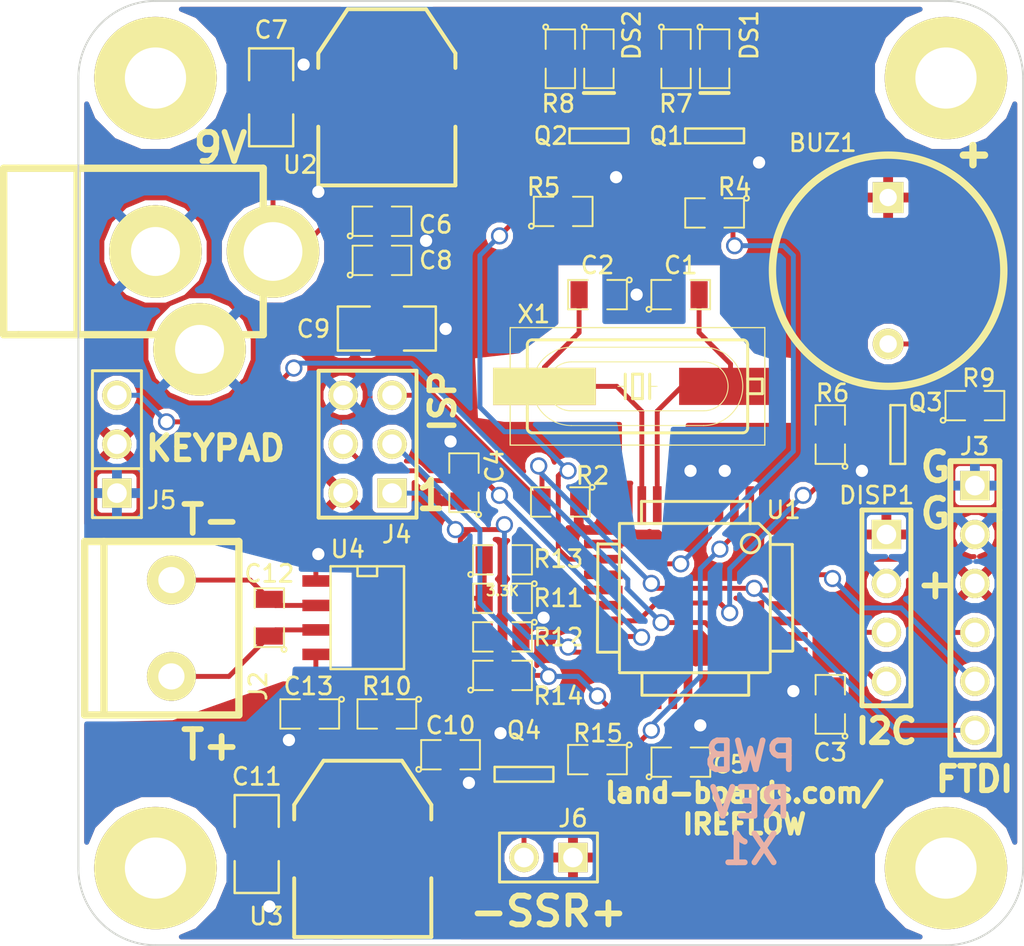
<source format=kicad_pcb>
(kicad_pcb (version 3) (host pcbnew "(2013-04-19 BZR 4011)-stable")
  (layers (15 F.Cu signal) (0 B.Cu signal) (20 B.SilkS user) (21 F.SilkS user hide) (22 B.Mask user) (23 F.Mask user) (28 Edge.Cuts user))
  (net 0 "")
  (net 1 +5V)
  (net 2 /CPU/BUZZ)
  (net 3 /CPU/CS)
  (net 4 /CPU/D4)
  (net 5 /CPU/D5)
  (net 6 /CPU/D6)
  (net 7 /CPU/MISO)
  (net 8 /CPU/MOSI)
  (net 9 /CPU/RESET)
  (net 10 /CPU/RXD)
  (net 11 /CPU/SCK)
  (net 12 /CPU/SCL)
  (net 13 /CPU/SDA)
  (net 14 /CPU/SW5WAY)
  (net 15 /CPU/TXD)
  (net 16 /CPU/XTAL1)
  (net 17 /CPU/XTAL2)
  (net 18 "/Power Supply/+3.3V")
  (net 19 "/Thermocoupler Amplifier/THERMO+")
  (net 20 "/Thermocoupler Amplifier/THERMO-")
  (net 21 "/Thermocoupler Amplifier/V33COND")
  (net 22 GND)
  (net 23 N-0000012)
  (net 24 N-0000021)
  (net 25 N-0000022)
  (net 26 N-0000028)
  (net 27 N-0000029)
  (net 28 N-0000030)
  (net 29 N-0000031)
  (net 30 N-0000032)
  (net 31 N-0000034)
  (net 32 N-0000035)
  (net 33 N-0000036)
  (net 34 N-0000045)
  (net 35 N-0000047)
  (net 36 N-0000051)
  (module TQFP32 (layer F.Cu) (at 32 31 270)
    (fp_text reference U1 (at -4.584 -4.576 360) (layer F.SilkS) (effects (font (size 0.889 0.889) (thickness 0.1397))))
    (fp_text value ATMEGA328-AU hide)
    (pad 8 smd rect (at -4.81584 2.77622 270) (size 1.99898 0.44958) (layers F.Cu F.Mask) (net 17 /CPU/XTAL2))
    (pad 7 smd rect (at -4.81584 1.97612 270) (size 1.99898 0.44958) (layers F.Cu F.Mask) (net 16 /CPU/XTAL1))
    (pad 6 smd rect (at -4.81584 1.17602 270) (size 1.99898 0.44958) (layers F.Cu F.Mask) (net 1 +5V))
    (pad 5 smd rect (at -4.81584 0.37592 270) (size 1.99898 0.44958) (layers F.Cu F.Mask) (net 22 GND))
    (pad 4 smd rect (at -4.81584 -0.42418 270) (size 1.99898 0.44958) (layers F.Cu F.Mask) (net 1 +5V))
    (pad 3 smd rect (at -4.81584 -1.22428 270) (size 1.99898 0.44958) (layers F.Cu F.Mask) (net 22 GND))
    (pad 2 smd rect (at -4.81584 -2.02438 270) (size 1.99898 0.44958) (layers F.Cu F.Mask) (net 4 /CPU/D4))
    (pad 1 smd rect (at -4.81584 -2.82448 270) (size 1.99898 0.44958) (layers F.Cu F.Mask))
    (pad 24 smd rect (at 4.7498 -2.8194 270) (size 1.99898 0.44958) (layers F.Cu F.Mask))
    (pad 17 smd rect (at 4.7498 2.794 270) (size 1.99898 0.44958) (layers F.Cu F.Mask) (net 11 /CPU/SCK))
    (pad 18 smd rect (at 4.7498 1.9812 270) (size 1.99898 0.44958) (layers F.Cu F.Mask) (net 1 +5V))
    (pad 19 smd rect (at 4.7498 1.1684 270) (size 1.99898 0.44958) (layers F.Cu F.Mask))
    (pad 20 smd rect (at 4.7498 0.381 270) (size 1.99898 0.44958) (layers F.Cu F.Mask))
    (pad 21 smd rect (at 4.7498 -0.4318 270) (size 1.99898 0.44958) (layers F.Cu F.Mask) (net 22 GND))
    (pad 22 smd rect (at 4.7498 -1.2192 270) (size 1.99898 0.44958) (layers F.Cu F.Mask))
    (pad 23 smd rect (at 4.7498 -2.032 270) (size 1.99898 0.44958) (layers F.Cu F.Mask) (net 14 /CPU/SW5WAY))
    (pad 32 smd rect (at -2.82448 -4.826 270) (size 0.44958 1.99898) (layers F.Cu F.Mask))
    (pad 31 smd rect (at -2.02692 -4.826 270) (size 0.44958 1.99898) (layers F.Cu F.Mask) (net 15 /CPU/TXD))
    (pad 30 smd rect (at -1.22428 -4.826 270) (size 0.44958 1.99898) (layers F.Cu F.Mask) (net 10 /CPU/RXD))
    (pad 29 smd rect (at -0.42672 -4.826 270) (size 0.44958 1.99898) (layers F.Cu F.Mask) (net 9 /CPU/RESET))
    (pad 28 smd rect (at 0.37592 -4.826 270) (size 0.44958 1.99898) (layers F.Cu F.Mask) (net 12 /CPU/SCL))
    (pad 27 smd rect (at 1.17348 -4.826 270) (size 0.44958 1.99898) (layers F.Cu F.Mask) (net 13 /CPU/SDA))
    (pad 26 smd rect (at 1.97612 -4.826 270) (size 0.44958 1.99898) (layers F.Cu F.Mask))
    (pad 25 smd rect (at 2.77368 -4.826 270) (size 0.44958 1.99898) (layers F.Cu F.Mask))
    (pad 9 smd rect (at -2.8194 4.7752 270) (size 0.44958 1.99898) (layers F.Cu F.Mask) (net 5 /CPU/D5))
    (pad 10 smd rect (at -2.032 4.7752 270) (size 0.44958 1.99898) (layers F.Cu F.Mask) (net 6 /CPU/D6))
    (pad 11 smd rect (at -1.2192 4.7752 270) (size 0.44958 1.99898) (layers F.Cu F.Mask))
    (pad 12 smd rect (at -0.4318 4.7752 270) (size 0.44958 1.99898) (layers F.Cu F.Mask))
    (pad 13 smd rect (at 0.3556 4.7752 270) (size 0.44958 1.99898) (layers F.Cu F.Mask) (net 3 /CPU/CS))
    (pad 14 smd rect (at 1.1684 4.7752 270) (size 0.44958 1.99898) (layers F.Cu F.Mask) (net 2 /CPU/BUZZ))
    (pad 15 smd rect (at 1.9812 4.7752 270) (size 0.44958 1.99898) (layers F.Cu F.Mask) (net 8 /CPU/MOSI))
    (pad 16 smd rect (at 2.794 4.7752 270) (size 0.44958 1.99898) (layers F.Cu F.Mask) (net 7 /CPU/MISO))
  )
  (module SOT23EBC (layer F.Cu) (at 42.5 22.5 90)
    (fp_text reference Q3 (at 1.672 1.442 180) (layer F.SilkS) (effects (font (size 0.889 0.889) (thickness 0.1397))))
    (fp_text value 2N3904 hide)
    (pad 1 smd rect (at -0.889 -1.016 90) (size 0.9144 0.9144) (layers F.Cu F.Mask) (net 22 GND))
    (pad 2 smd rect (at 0.889 -1.016 90) (size 0.9144 0.9144) (layers F.Cu F.Mask) (net 29 N-0000031))
    (pad 3 smd rect (at 0 1.016 90) (size 0.9144 0.9144) (layers F.Cu F.Mask) (net 23 N-0000012))
  )
  (module SOT23EBC (layer F.Cu) (at 33 7 180)
    (fp_text reference Q1 (at 2.5 0 180) (layer F.SilkS) (effects (font (size 0.889 0.889) (thickness 0.1397))))
    (fp_text value 2N3904 hide)
    (pad 1 smd rect (at -0.889 -1.016 180) (size 0.9144 0.9144) (layers F.Cu F.Mask) (net 22 GND))
    (pad 2 smd rect (at 0.889 -1.016 180) (size 0.9144 0.9144) (layers F.Cu F.Mask) (net 28 N-0000030))
    (pad 3 smd rect (at 0 1.016 180) (size 0.9144 0.9144) (layers F.Cu F.Mask) (net 27 N-0000029))
  )
  (module SOT23EBC (layer F.Cu) (at 27 7 180)
    (fp_text reference Q2 (at 2.5 0 180) (layer F.SilkS) (effects (font (size 0.889 0.889) (thickness 0.1397))))
    (fp_text value 2N3904 hide)
    (pad 1 smd rect (at -0.889 -1.016 180) (size 0.9144 0.9144) (layers F.Cu F.Mask) (net 22 GND))
    (pad 2 smd rect (at 0.889 -1.016 180) (size 0.9144 0.9144) (layers F.Cu F.Mask) (net 33 N-0000036))
    (pad 3 smd rect (at 0 1.016 180) (size 0.9144 0.9144) (layers F.Cu F.Mask) (net 32 N-0000035))
  )
  (module SOT223 (layer F.Cu) (at 14.75 44)
    (fp_text reference U3 (at -5 3.5) (layer F.SilkS) (effects (font (size 0.889 0.889) (thickness 0.1397))))
    (fp_text value AP1117 hide)
    (pad 4 smd rect (at 0 -3.302) (size 3.6576 2.032) (layers F.Cu F.Mask) (net 18 "/Power Supply/+3.3V"))
    (pad 2 smd rect (at 0 3.302) (size 1.016 2.032) (layers F.Cu F.Mask) (net 18 "/Power Supply/+3.3V"))
    (pad 3 smd rect (at 2.286 3.302) (size 1.016 2.032) (layers F.Cu F.Mask) (net 1 +5V))
    (pad 1 smd rect (at -2.286 3.302) (size 1.016 2.032) (layers F.Cu F.Mask) (net 22 GND))
  )
  (module SOT223 (layer F.Cu) (at 16 5)
    (fp_text reference U2 (at -4.5 3.5) (layer F.SilkS) (effects (font (size 0.889 0.889) (thickness 0.1397))))
    (fp_text value AP1117-5.0 hide)
    (pad 4 smd rect (at 0 -3.302) (size 3.6576 2.032) (layers F.Cu F.Mask) (net 1 +5V))
    (pad 2 smd rect (at 0 3.302) (size 1.016 2.032) (layers F.Cu F.Mask) (net 1 +5V))
    (pad 3 smd rect (at 2.286 3.302) (size 1.016 2.032) (layers F.Cu F.Mask) (net 36 N-0000051))
    (pad 1 smd rect (at -2.286 3.302) (size 1.016 2.032) (layers F.Cu F.Mask) (net 22 GND))
  )
  (module SM0805 (layer F.Cu) (at 31.25 39.5)
    (fp_text reference C5 (at 2.532 0.124) (layer F.SilkS) (effects (font (size 0.889 0.889) (thickness 0.1397))))
    (fp_text value 0.1uF hide)
    (pad 1 smd rect (at -0.9525 0) (size 0.889 1.397) (layers F.Cu F.Mask) (net 1 +5V))
    (pad 2 smd rect (at 0.9525 0) (size 0.889 1.397) (layers F.Cu F.Mask) (net 22 GND))
  )
  (module SM0805 (layer F.Cu) (at 26.924 15.24 180)
    (fp_text reference C2 (at 0 1.524 180) (layer F.SilkS) (effects (font (size 0.889 0.889) (thickness 0.1397))))
    (fp_text value 18pF hide)
    (pad 1 smd rect (at -0.9525 0 180) (size 0.889 1.397) (layers F.Cu F.Mask) (net 22 GND))
    (pad 2 smd rect (at 0.9525 0 180) (size 0.889 1.397) (layers F.Cu F.Mask) (net 17 /CPU/XTAL2))
  )
  (module SM0805 (layer F.Cu) (at 46.5 21)
    (fp_text reference R9 (at 0.204 -1.426) (layer F.SilkS) (effects (font (size 0.889 0.889) (thickness 0.1397))))
    (fp_text value 100 hide)
    (pad 1 smd rect (at -0.9525 0) (size 0.889 1.397) (layers F.Cu F.Mask) (net 23 N-0000012))
    (pad 2 smd rect (at 0.9525 0) (size 0.889 1.397) (layers F.Cu F.Mask) (net 30 N-0000032))
  )
  (module SM0805 (layer F.Cu) (at 31.242 15.24)
    (fp_text reference C1 (at 0 -1.524) (layer F.SilkS) (effects (font (size 0.889 0.889) (thickness 0.1397))))
    (fp_text value 18pF hide)
    (pad 1 smd rect (at -0.9525 0) (size 0.889 1.397) (layers F.Cu F.Mask) (net 22 GND))
    (pad 2 smd rect (at 0.9525 0) (size 0.889 1.397) (layers F.Cu F.Mask) (net 16 /CPU/XTAL1))
  )
  (module SM0805 (layer F.Cu) (at 15.748 11.43)
    (fp_text reference C6 (at 2.78 0.176) (layer F.SilkS) (effects (font (size 0.889 0.889) (thickness 0.1397))))
    (fp_text value 0.1uF hide)
    (pad 1 smd rect (at -0.9525 0) (size 0.889 1.397) (layers F.Cu F.Mask) (net 36 N-0000051))
    (pad 2 smd rect (at 0.9525 0) (size 0.889 1.397) (layers F.Cu F.Mask) (net 22 GND))
  )
  (module SM0805 (layer F.Cu) (at 15.748 13.462)
    (fp_text reference C8 (at 2.794 0) (layer F.SilkS) (effects (font (size 0.889 0.889) (thickness 0.1397))))
    (fp_text value 0.1uF hide)
    (pad 1 smd rect (at -0.9525 0) (size 0.889 1.397) (layers F.Cu F.Mask) (net 1 +5V))
    (pad 2 smd rect (at 0.9525 0) (size 0.889 1.397) (layers F.Cu F.Mask) (net 22 GND))
  )
  (module SM0805 (layer F.Cu) (at 19.304 39.116)
    (fp_text reference C10 (at 0 -1.524) (layer F.SilkS) (effects (font (size 0.889 0.889) (thickness 0.1397))))
    (fp_text value 0.1uF hide)
    (pad 1 smd rect (at -0.9525 0) (size 0.889 1.397) (layers F.Cu F.Mask) (net 18 "/Power Supply/+3.3V"))
    (pad 2 smd rect (at 0.9525 0) (size 0.889 1.397) (layers F.Cu F.Mask) (net 22 GND))
  )
  (module SM0805 (layer F.Cu) (at 31 3 270)
    (fp_text reference R7 (at 2.334 0.012 360) (layer F.SilkS) (effects (font (size 0.889 0.889) (thickness 0.1397))))
    (fp_text value 330 hide)
    (pad 1 smd rect (at -0.9525 0 270) (size 0.889 1.397) (layers F.Cu F.Mask) (net 26 N-0000028))
    (pad 2 smd rect (at 0.9525 0 270) (size 0.889 1.397) (layers F.Cu F.Mask) (net 1 +5V))
  )
  (module SM0805 (layer F.Cu) (at 25 26 180)
    (fp_text reference R2 (at -1.67 1.362 180) (layer F.SilkS) (effects (font (size 0.889 0.889) (thickness 0.1397))))
    (fp_text value 10K hide)
    (pad 1 smd rect (at -0.9525 0 180) (size 0.889 1.397) (layers F.Cu F.Mask) (net 1 +5V))
    (pad 2 smd rect (at 0.9525 0 180) (size 0.889 1.397) (layers F.Cu F.Mask) (net 9 /CPU/RESET))
  )
  (module SM0805 (layer F.Cu) (at 20 25 90)
    (fp_text reference C4 (at 0.87 1.59 90) (layer F.SilkS) (effects (font (size 0.889 0.889) (thickness 0.1397))))
    (fp_text value 0.1uF hide)
    (pad 1 smd rect (at -0.9525 0 90) (size 0.889 1.397) (layers F.Cu F.Mask) (net 1 +5V))
    (pad 2 smd rect (at 0.9525 0 90) (size 0.889 1.397) (layers F.Cu F.Mask) (net 22 GND))
  )
  (module SM0805 (layer F.Cu) (at 39 36.5 90)
    (fp_text reference C3 (at -2.5 0 180) (layer F.SilkS) (effects (font (size 0.889 0.889) (thickness 0.1397))))
    (fp_text value 0.1uF hide)
    (pad 1 smd rect (at -0.9525 0 90) (size 0.889 1.397) (layers F.Cu F.Mask) (net 1 +5V))
    (pad 2 smd rect (at 0.9525 0 90) (size 0.889 1.397) (layers F.Cu F.Mask) (net 22 GND))
  )
  (module SM0805 (layer F.Cu) (at 33 3 270)
    (fp_text reference DS1 (at -1.222 -1.798 270) (layer F.SilkS) (effects (font (size 0.889 0.889) (thickness 0.1397))))
    (fp_text value LED hide)
    (pad 1 smd rect (at -0.9525 0 270) (size 0.889 1.397) (layers F.Cu F.Mask) (net 26 N-0000028))
    (pad 2 smd rect (at 0.9525 0 270) (size 0.889 1.397) (layers F.Cu F.Mask) (net 27 N-0000029))
  )
  (module SM0805 (layer F.Cu) (at 33 11 180)
    (fp_text reference R4 (at -1.036 1.348 180) (layer F.SilkS) (effects (font (size 0.889 0.889) (thickness 0.1397))))
    (fp_text value 10K hide)
    (pad 1 smd rect (at -0.9525 0 180) (size 0.889 1.397) (layers F.Cu F.Mask) (net 5 /CPU/D5))
    (pad 2 smd rect (at 0.9525 0 180) (size 0.889 1.397) (layers F.Cu F.Mask) (net 28 N-0000030))
  )
  (module SM0805 (layer F.Cu) (at 27 3 270)
    (fp_text reference DS2 (at -1.222 -1.702 270) (layer F.SilkS) (effects (font (size 0.889 0.889) (thickness 0.1397))))
    (fp_text value LED hide)
    (pad 1 smd rect (at -0.9525 0 270) (size 0.889 1.397) (layers F.Cu F.Mask) (net 31 N-0000034))
    (pad 2 smd rect (at 0.9525 0 270) (size 0.889 1.397) (layers F.Cu F.Mask) (net 32 N-0000035))
  )
  (module SM0805 (layer F.Cu) (at 25 3 270)
    (fp_text reference R8 (at 2.334 0.108 360) (layer F.SilkS) (effects (font (size 0.889 0.889) (thickness 0.1397))))
    (fp_text value 330 hide)
    (pad 1 smd rect (at -0.9525 0 270) (size 0.889 1.397) (layers F.Cu F.Mask) (net 31 N-0000034))
    (pad 2 smd rect (at 0.9525 0 270) (size 0.889 1.397) (layers F.Cu F.Mask) (net 1 +5V))
  )
  (module SM0805 (layer F.Cu) (at 25.146 10.922)
    (fp_text reference R5 (at -1.016 -1.27) (layer F.SilkS) (effects (font (size 0.889 0.889) (thickness 0.1397))))
    (fp_text value 10K hide)
    (pad 1 smd rect (at -0.9525 0) (size 0.889 1.397) (layers F.Cu F.Mask) (net 6 /CPU/D6))
    (pad 2 smd rect (at 0.9525 0) (size 0.889 1.397) (layers F.Cu F.Mask) (net 33 N-0000036))
  )
  (module SM0805 (layer F.Cu) (at 39 22.5 90)
    (fp_text reference R6 (at 2.148 0.116 180) (layer F.SilkS) (effects (font (size 0.889 0.889) (thickness 0.1397))))
    (fp_text value 10K hide)
    (pad 1 smd rect (at -0.9525 0 90) (size 0.889 1.397) (layers F.Cu F.Mask) (net 2 /CPU/BUZZ))
    (pad 2 smd rect (at 0.9525 0 90) (size 0.889 1.397) (layers F.Cu F.Mask) (net 29 N-0000031))
  )
  (module PIEZO_12MM (layer F.Cu) (at 42 14 270)
    (fp_text reference BUZ1 (at -6.634 3.392 360) (layer F.SilkS) (effects (font (size 0.889 0.889) (thickness 0.1397))))
    (fp_text value BUZZER hide)
    (pad 1 thru_hole rect (at -3.8 0 270) (size 1.6 1.6) (drill 0.9) (layers *.Cu *.Mask F.SilkS) (net 1 +5V))
    (pad 2 thru_hole circle (at 3.8 0 270) (size 1.6 1.6) (drill 0.9) (layers *.Cu *.Mask F.SilkS) (net 30 N-0000032))
  )
  (module MTG-4-40 (layer F.Cu) (at 4 4)
    (fp_text reference MTG4 hide)
    (fp_text value CONN_1 hide)
    (pad 1 thru_hole circle (at 0 0) (size 6.35 6.35) (drill 3.175) (layers *.Cu *.Mask F.SilkS) (clearance 0.508))
  )
  (module MTG-4-40 (layer F.Cu) (at 45 4)
    (fp_text reference MTG3 hide)
    (fp_text value CONN_1 hide)
    (pad 1 thru_hole circle (at 0 0) (size 6.35 6.35) (drill 3.175) (layers *.Cu *.Mask F.SilkS) (clearance 0.508))
  )
  (module MTG-4-40 (layer F.Cu) (at 4 45)
    (fp_text reference MTG2 hide)
    (fp_text value CONN_1 hide)
    (pad 1 thru_hole circle (at 0 0) (size 6.35 6.35) (drill 3.175) (layers *.Cu *.Mask F.SilkS) (clearance 0.508))
  )
  (module MTG-4-40 (layer F.Cu) (at 45 45)
    (fp_text reference MTG1 hide)
    (fp_text value CONN_1 hide)
    (pad 1 thru_hole circle (at 0 0) (size 6.35 6.35) (drill 3.175) (layers *.Cu *.Mask F.SilkS) (clearance 0.508))
  )
  (module crystal-HC49UP (layer F.Cu) (at 29 20)
    (fp_text reference X1 (at -5.378 -3.744) (layer F.SilkS) (effects (font (size 0.889 0.889) (thickness 0.1397))))
    (fp_text value 16.0MHz hide)
    (pad 1 smd rect (at -4.826 0) (size 5.334 1.9304) (layers F.Cu F.SilkS F.Mask) (net 17 /CPU/XTAL2))
    (pad 2 smd rect (at 4.826 0) (size 5.334 1.9304) (layers F.Cu F.Mask) (net 16 /CPU/XTAL1))
  )
  (module SM0805 (layer F.Cu) (at 9.906 32.004 90)
    (fp_text reference C12 (at 2.286 0 180) (layer F.SilkS) (effects (font (size 0.889 0.889) (thickness 0.1397))))
    (fp_text value 0.01uF hide)
    (pad 1 smd rect (at -0.9525 0 90) (size 0.889 1.397) (layers F.Cu F.Mask) (net 19 "/Thermocoupler Amplifier/THERMO+"))
    (pad 2 smd rect (at 0.9525 0 90) (size 0.889 1.397) (layers F.Cu F.Mask) (net 20 "/Thermocoupler Amplifier/THERMO-"))
  )
  (module SM0805 (layer F.Cu) (at 12 37 180)
    (fp_text reference C13 (at 0.062 1.44 180) (layer F.SilkS) (effects (font (size 0.889 0.889) (thickness 0.1397))))
    (fp_text value 0.1uF hide)
    (pad 1 smd rect (at -0.9525 0 180) (size 0.889 1.397) (layers F.Cu F.Mask) (net 21 "/Thermocoupler Amplifier/V33COND"))
    (pad 2 smd rect (at 0.9525 0 180) (size 0.889 1.397) (layers F.Cu F.Mask) (net 22 GND))
  )
  (module SM0805 (layer F.Cu) (at 16 37 180)
    (fp_text reference R10 (at -0.002 1.44 180) (layer F.SilkS) (effects (font (size 0.889 0.889) (thickness 0.1397))))
    (fp_text value 10 hide)
    (pad 1 smd rect (at -0.9525 0 180) (size 0.889 1.397) (layers F.Cu F.Mask) (net 18 "/Power Supply/+3.3V"))
    (pad 2 smd rect (at 0.9525 0 180) (size 0.889 1.397) (layers F.Cu F.Mask) (net 21 "/Thermocoupler Amplifier/V33COND"))
  )
  (module TB2-5MM (layer F.Cu) (at 4.826 35.052 90)
    (fp_text reference J2 (at -0.5 4.5 90) (layer F.SilkS) (effects (font (size 0.889 0.889) (thickness 0.1397))))
    (fp_text value CONN_2 hide)
    (pad 1 thru_hole circle (at 0 0 90) (size 2.54 2.54) (drill 1.3589) (layers *.Cu *.Mask F.SilkS) (net 19 "/Thermocoupler Amplifier/THERMO+"))
    (pad 2 thru_hole circle (at 5 0 90) (size 2.54 2.54) (drill 1.3589) (layers *.Cu *.Mask F.SilkS) (net 20 "/Thermocoupler Amplifier/THERMO-"))
  )
  (module SM0805 (layer F.Cu) (at 22 29)
    (fp_text reference R13 (at 2.892 -0.044) (layer F.SilkS) (effects (font (size 0.889 0.889) (thickness 0.1397))))
    (fp_text value 2.7K hide)
    (pad 1 smd rect (at -0.9525 0) (size 0.889 1.397) (layers F.Cu F.Mask) (net 34 N-0000045))
    (pad 2 smd rect (at 0.9525 0) (size 0.889 1.397) (layers F.Cu F.Mask) (net 3 /CPU/CS))
  )
  (module SM0805 (layer F.Cu) (at 22 35)
    (fp_text reference R14 (at 2.892 1.068) (layer F.SilkS) (effects (font (size 0.889 0.889) (thickness 0.1397))))
    (fp_text value 2.7K hide)
    (pad 1 smd rect (at -0.9525 0) (size 0.889 1.397) (layers F.Cu F.Mask) (net 35 N-0000047))
    (pad 2 smd rect (at 0.9525 0) (size 0.889 1.397) (layers F.Cu F.Mask) (net 11 /CPU/SCK))
  )
  (module SM0805 (layer F.Cu) (at 22 31 180)
    (fp_text reference R11 (at -2.892 0.012 180) (layer F.SilkS) (effects (font (size 0.889 0.889) (thickness 0.1397))))
    (fp_text value 3.3K (at 0 0.381 180) (layer F.SilkS) (effects (font (size 0.50038 0.50038) (thickness 0.10922))))
    (pad 1 smd rect (at -0.9525 0 180) (size 0.889 1.397) (layers F.Cu F.Mask) (net 22 GND))
    (pad 2 smd rect (at 0.9525 0 180) (size 0.889 1.397) (layers F.Cu F.Mask) (net 34 N-0000045))
  )
  (module SM0805 (layer F.Cu) (at 22 33 180)
    (fp_text reference R12 (at -2.892 -0.02 180) (layer F.SilkS) (effects (font (size 0.889 0.889) (thickness 0.1397))))
    (fp_text value 3.3K hide)
    (pad 1 smd rect (at -0.9525 0 180) (size 0.889 1.397) (layers F.Cu F.Mask) (net 22 GND))
    (pad 2 smd rect (at 0.9525 0 180) (size 0.889 1.397) (layers F.Cu F.Mask) (net 35 N-0000047))
  )
  (module PIN_ARRAY_3X1 (layer F.Cu) (at 2 23 90)
    (fp_text reference J5 (at -2.908 2.318 180) (layer F.SilkS) (effects (font (size 0.889 0.889) (thickness 0.1397))))
    (fp_text value GVS hide)
    (pad 1 thru_hole rect (at -2.54 0 90) (size 1.524 1.524) (drill 1.016) (layers *.Cu *.Mask F.SilkS) (net 22 GND))
    (pad 2 thru_hole circle (at 0 0 90) (size 1.524 1.524) (drill 1.016) (layers *.Cu *.Mask F.SilkS) (net 1 +5V))
    (pad 3 thru_hole circle (at 2.54 0 90) (size 1.524 1.524) (drill 1.016) (layers *.Cu *.Mask F.SilkS) (net 14 /CPU/SW5WAY))
  )
  (module JACK_2.1MM (layer F.Cu) (at 4 13)
    (fp_text reference J1 hide)
    (fp_text value DCJ0202 hide)
    (pad 2 thru_hole circle (at 0 0) (size 4.8006 4.8006) (drill 2.54) (layers *.Cu *.Mask F.SilkS) (net 22 GND))
    (pad 1 thru_hole circle (at 6.096 0) (size 4.8006 4.8006) (drill 3.048) (layers *.Cu *.Mask F.SilkS) (net 36 N-0000051))
    (pad 3 thru_hole circle (at 2.286 5.08) (size 4.8006 4.8006) (drill 2.54) (layers *.Cu *.Mask F.SilkS) (net 22 GND))
  )
  (module SM1206 (layer F.Cu) (at 10 5 90)
    (fp_text reference C7 (at 3.5 0 180) (layer F.SilkS) (effects (font (size 0.889 0.889) (thickness 0.1397))))
    (fp_text value 10uF hide)
    (pad 1 smd rect (at -1.651 0 90) (size 1.524 2.032) (layers F.Cu F.Mask) (net 36 N-0000051))
    (pad 2 smd rect (at 1.651 0 90) (size 1.524 2.032) (layers F.Cu F.Mask) (net 22 GND))
  )
  (module SM1206 (layer F.Cu) (at 16 17)
    (fp_text reference C9 (at -3.808 0.018) (layer F.SilkS) (effects (font (size 0.889 0.889) (thickness 0.1397))))
    (fp_text value 10uF hide)
    (pad 1 smd rect (at -1.651 0) (size 1.524 2.032) (layers F.Cu F.Mask) (net 1 +5V))
    (pad 2 smd rect (at 1.651 0) (size 1.524 2.032) (layers F.Cu F.Mask) (net 22 GND))
  )
  (module SM1206 (layer F.Cu) (at 9.25 43.75 270)
    (fp_text reference C11 (at -3.5 0 360) (layer F.SilkS) (effects (font (size 0.889 0.889) (thickness 0.1397))))
    (fp_text value 10uF hide)
    (pad 1 smd rect (at -1.651 0 270) (size 1.524 2.032) (layers F.Cu F.Mask) (net 18 "/Power Supply/+3.3V"))
    (pad 2 smd rect (at 1.651 0 270) (size 1.524 2.032) (layers F.Cu F.Mask) (net 22 GND))
  )
  (module SO8E (layer F.Cu) (at 14.986 32.004 270)
    (fp_text reference U4 (at -3.556 1.016 360) (layer F.SilkS) (effects (font (size 0.889 0.889) (thickness 0.1397))))
    (fp_text value MAX31855 hide)
    (pad 8 smd rect (at -1.905 -2.667 270) (size 0.59944 1.39954) (layers F.Cu F.Mask))
    (pad 1 smd rect (at -1.905 2.667 270) (size 0.59944 1.39954) (layers F.Cu F.Mask) (net 22 GND))
    (pad 7 smd rect (at -0.635 -2.667 270) (size 0.59944 1.39954) (layers F.Cu F.Mask) (net 7 /CPU/MISO))
    (pad 6 smd rect (at 0.635 -2.667 270) (size 0.59944 1.39954) (layers F.Cu F.Mask) (net 34 N-0000045))
    (pad 5 smd rect (at 1.905 -2.667 270) (size 0.59944 1.39954) (layers F.Cu F.Mask) (net 35 N-0000047))
    (pad 2 smd rect (at -0.635 2.667 270) (size 0.59944 1.39954) (layers F.Cu F.Mask) (net 20 "/Thermocoupler Amplifier/THERMO-"))
    (pad 3 smd rect (at 0.635 2.667 270) (size 0.59944 1.39954) (layers F.Cu F.Mask) (net 19 "/Thermocoupler Amplifier/THERMO+"))
    (pad 4 smd rect (at 1.905 2.667 270) (size 0.59944 1.39954) (layers F.Cu F.Mask) (net 21 "/Thermocoupler Amplifier/V33COND"))
  )
  (module SOT23EBC (layer F.Cu) (at 23.114 40.132)
    (fp_text reference Q4 (at 0 -2.286) (layer F.SilkS) (effects (font (size 0.889 0.889) (thickness 0.1397))))
    (fp_text value 2N3904 hide)
    (pad 1 smd rect (at -0.889 -1.016) (size 0.9144 0.9144) (layers F.Cu F.Mask) (net 22 GND))
    (pad 2 smd rect (at 0.889 -1.016) (size 0.9144 0.9144) (layers F.Cu F.Mask) (net 25 N-0000022))
    (pad 3 smd rect (at 0 1.016) (size 0.9144 0.9144) (layers F.Cu F.Mask) (net 24 N-0000021))
  )
  (module SM0805 (layer F.Cu) (at 26.924 39.37 180)
    (fp_text reference R15 (at -0.028001 1.363999 180) (layer F.SilkS) (effects (font (size 0.889 0.889) (thickness 0.1397))))
    (fp_text value 10K hide)
    (pad 1 smd rect (at -0.9525 0 180) (size 0.889 1.397) (layers F.Cu F.Mask) (net 4 /CPU/D4))
    (pad 2 smd rect (at 0.9525 0 180) (size 0.889 1.397) (layers F.Cu F.Mask) (net 25 N-0000022))
  )
  (module PIN_ARRAY_2X1 (layer F.Cu) (at 24.384 44.45 180)
    (fp_text reference J6 (at -1.27 2.032 180) (layer F.SilkS) (effects (font (size 0.889 0.889) (thickness 0.1397))))
    (fp_text value CONN_2 hide)
    (pad 1 thru_hole rect (at -1.27 0 180) (size 1.524 1.524) (drill 1.016) (layers *.Cu *.Mask F.SilkS) (net 1 +5V))
    (pad 2 thru_hole circle (at 1.27 0 180) (size 1.524 1.524) (drill 1.016) (layers *.Cu *.Mask F.SilkS) (net 24 N-0000021))
  )
  (module PIN_ARRAY_3X2 (layer F.Cu) (at 15 23 90)
    (fp_text reference J4 (at -4.686 1.51 180) (layer F.SilkS) (effects (font (size 0.889 0.889) (thickness 0.1397))))
    (fp_text value ISP hide)
    (pad 1 thru_hole rect (at -2.54 1.27 90) (size 1.524 1.524) (drill 1.016) (layers *.Cu *.Mask F.SilkS) (net 7 /CPU/MISO))
    (pad 2 thru_hole circle (at -2.54 -1.27 90) (size 1.524 1.524) (drill 1.016) (layers *.Cu *.Mask F.SilkS) (net 1 +5V))
    (pad 3 thru_hole circle (at 0 1.27 90) (size 1.524 1.524) (drill 1.016) (layers *.Cu *.Mask F.SilkS) (net 11 /CPU/SCK))
    (pad 4 thru_hole circle (at 0 -1.27 90) (size 1.524 1.524) (drill 1.016) (layers *.Cu *.Mask F.SilkS) (net 8 /CPU/MOSI))
    (pad 5 thru_hole circle (at 2.54 1.27 90) (size 1.524 1.524) (drill 1.016) (layers *.Cu *.Mask F.SilkS) (net 9 /CPU/RESET))
    (pad 6 thru_hole circle (at 2.54 -1.27 90) (size 1.524 1.524) (drill 1.016) (layers *.Cu *.Mask F.SilkS) (net 22 GND))
  )
  (module PIN_ARRAY_4X1 (layer F.Cu) (at 41.91 31.496 270)
    (fp_text reference DISP1 (at -5.842 0.508 360) (layer F.SilkS) (effects (font (size 0.889 0.889) (thickness 0.1397))))
    (fp_text value I2C_OLED_128X64 hide)
    (pad 1 thru_hole rect (at -3.81 0 270) (size 1.524 1.524) (drill 1.016) (layers *.Cu *.Mask F.SilkS) (net 1 +5V))
    (pad 2 thru_hole circle (at -1.27 0 270) (size 1.524 1.524) (drill 1.016) (layers *.Cu *.Mask F.SilkS) (net 22 GND))
    (pad 3 thru_hole circle (at 1.27 0 270) (size 1.524 1.524) (drill 1.016) (layers *.Cu *.Mask F.SilkS) (net 12 /CPU/SCL))
    (pad 4 thru_hole circle (at 3.81 0 270) (size 1.524 1.524) (drill 1.016) (layers *.Cu *.Mask F.SilkS) (net 13 /CPU/SDA))
  )
  (module PIN_ARRAY_6X1 (layer F.Cu) (at 46.5 31.5 270)
    (fp_text reference J3 (at -8.386 0.018 360) (layer F.SilkS) (effects (font (size 0.889 0.889) (thickness 0.1397))))
    (fp_text value FTDI hide)
    (pad 1 thru_hole rect (at -6.35 0 270) (size 1.524 1.524) (drill 1.016) (layers *.Cu *.Mask F.SilkS) (net 22 GND))
    (pad 2 thru_hole circle (at -3.81 0 270) (size 1.524 1.524) (drill 1.016) (layers *.Cu *.Mask F.SilkS) (net 22 GND))
    (pad 3 thru_hole circle (at -1.27 0 270) (size 1.524 1.524) (drill 1.016) (layers *.Cu *.Mask F.SilkS) (net 1 +5V))
    (pad 4 thru_hole circle (at 1.27 0 270) (size 1.524 1.524) (drill 1.016) (layers *.Cu *.Mask F.SilkS) (net 15 /CPU/TXD))
    (pad 5 thru_hole circle (at 3.81 0 270) (size 1.524 1.524) (drill 1.016) (layers *.Cu *.Mask F.SilkS) (net 10 /CPU/RXD))
    (pad 6 thru_hole circle (at 6.35 0 270) (size 1.524 1.524) (drill 1.016) (layers *.Cu *.Mask F.SilkS) (net 9 /CPU/RESET))
  )
  (gr_text "PWB\nREV\nX1" (at 34.8488 41.6052) (layer B.SilkS) (effects (font (size 1.5 1.5) (thickness 0.3)) (justify mirror)))
  (gr_line (start 32.258 4.7752) (end 33.7312 4.7752) (angle 90) (layer F.SilkS) (width 0.2))
  (gr_line (start 26.2128 4.7752) (end 27.7876 4.7752) (angle 90) (layer F.SilkS) (width 0.2))
  (gr_text 1 (at 18.288 25.654) (layer F.SilkS) (effects (font (size 1.5 1.5) (thickness 0.3))))
  (gr_text ISP (at 18.8976 20.7772 90) (layer F.SilkS) (effects (font (size 1.27 1.27) (thickness 0.28575))))
  (gr_text KEYPAD (at 7.112 23.2156) (layer F.SilkS) (effects (font (size 1.27 1.27) (thickness 0.28575))))
  (gr_text -SSR+ (at 24.384 47.244) (layer F.SilkS) (effects (font (size 1.5 1.5) (thickness 0.3))))
  (gr_text 9V (at 7.366 7.62) (layer F.SilkS) (effects (font (size 1.5 1.5) (thickness 0.3))))
  (gr_text "land-boards.com/\nIREFLOW" (at 34.544 41.91) (layer F.SilkS) (effects (font (size 1.016 1.016) (thickness 0.254))))
  (gr_text FTDI (at 46.482 40.386) (layer F.SilkS) (effects (font (size 1.27 1.27) (thickness 0.3))))
  (gr_text I2C (at 41.91 37.8968) (layer F.SilkS) (effects (font (size 1.27 1.27) (thickness 0.3))))
  (gr_text T- (at 6.858 26.924) (layer F.SilkS) (effects (font (size 1.5 1.5) (thickness 0.3))))
  (gr_text T+ (at 6.858 38.608) (layer F.SilkS) (effects (font (size 1.5 1.5) (thickness 0.3))))
  (gr_text "G\nG" (at 44.45 25.4) (layer F.SilkS) (effects (font (size 1.5 1.5) (thickness 0.3))))
  (gr_text + (at 44.45 30.226) (layer F.SilkS) (effects (font (size 1.5 1.5) (thickness 0.3))))
  (gr_line (start 49 45) (end 49 4) (angle 90) (layer Edge.Cuts) (width 0.1))
  (gr_line (start 45 49) (end 4 49) (angle 90) (layer Edge.Cuts) (width 0.1))
  (gr_line (start 0 45) (end 0 4) (angle 90) (layer Edge.Cuts) (width 0.1))
  (gr_arc (start 4 45) (end 4 49) (angle 90) (layer Edge.Cuts) (width 0.1))
  (gr_line (start 45 0) (end 4 0) (angle 90) (layer Edge.Cuts) (width 0.1))
  (gr_arc (start 45 45) (end 49 45) (angle 90) (layer Edge.Cuts) (width 0.1))
  (gr_arc (start 45 4) (end 45 0) (angle 90) (layer Edge.Cuts) (width 0.1))
  (gr_arc (start 4 4) (end 0 4) (angle 90) (layer Edge.Cuts) (width 0.1))
  (segment (start 17.036 47.302) (end 20.2112 47.302) (width 0.254) (layer F.Cu) (net 1))
  (segment (start 20.2112 47.302) (end 20.2184 47.2948) (width 0.254) (layer F.Cu) (net 1))
  (segment (start 37.592 25.654) (end 37.846 25.654) (width 0.254) (layer F.Cu) (net 2))
  (segment (start 39 24.5) (end 39 23.4525) (width 0.254) (layer F.Cu) (net 2))
  (segment (start 37.846 25.654) (end 39 24.5) (width 0.254) (layer F.Cu) (net 2))
  (segment (start 27.2248 32.1684) (end 29.0456 32.1684) (width 0.254) (layer F.Cu) (net 2))
  (via (at 37.592 25.654) (size 0.889) (layers F.Cu B.Cu) (net 2))
  (segment (start 33.782 29.464) (end 37.592 25.654) (width 0.254) (layer B.Cu) (net 2))
  (segment (start 33.782 31.75) (end 33.782 29.464) (width 0.254) (layer B.Cu) (net 2))
  (via (at 33.782 31.75) (size 0.889) (layers F.Cu B.Cu) (net 2))
  (segment (start 33.274 31.242) (end 33.782 31.75) (width 0.254) (layer F.Cu) (net 2))
  (segment (start 29.972 31.242) (end 33.274 31.242) (width 0.254) (layer F.Cu) (net 2))
  (segment (start 29.0456 32.1684) (end 29.972 31.242) (width 0.254) (layer F.Cu) (net 2))
  (segment (start 22.9525 29) (end 23.666 29) (width 0.254) (layer F.Cu) (net 3))
  (segment (start 24.892 30.226) (end 24.892 30.734) (width 0.254) (layer F.Cu) (net 3))
  (segment (start 23.666 29) (end 24.892 30.226) (width 0.254) (layer F.Cu) (net 3))
  (segment (start 27.2248 31.3556) (end 25.5136 31.3556) (width 0.254) (layer F.Cu) (net 3))
  (segment (start 25.5136 31.3556) (end 24.892 30.734) (width 0.254) (layer F.Cu) (net 3))
  (segment (start 29.718 37.846) (end 29.718 37.592) (width 0.254) (layer B.Cu) (net 4))
  (segment (start 32.258 29.464) (end 33.274 28.448) (width 0.254) (layer B.Cu) (net 4))
  (segment (start 32.258 35.052) (end 32.258 29.464) (width 0.254) (layer B.Cu) (net 4))
  (segment (start 29.718 37.592) (end 32.258 35.052) (width 0.254) (layer B.Cu) (net 4))
  (segment (start 28.956 39.37) (end 27.8765 39.37) (width 0.254) (layer F.Cu) (net 4))
  (segment (start 29.21 39.116) (end 28.956 39.37) (width 0.254) (layer F.Cu) (net 4))
  (segment (start 29.21 38.354) (end 29.21 39.116) (width 0.254) (layer F.Cu) (net 4))
  (segment (start 29.718 37.846) (end 29.21 38.354) (width 0.254) (layer F.Cu) (net 4))
  (via (at 29.718 37.846) (size 0.889) (layers F.Cu B.Cu) (net 4))
  (via (at 33.274 28.448) (size 0.889) (layers F.Cu B.Cu) (net 4))
  (segment (start 33.274 28.448) (end 34.02438 27.69762) (width 0.254) (layer F.Cu) (net 4))
  (segment (start 34.02438 27.69762) (end 34.02438 26.18416) (width 0.254) (layer F.Cu) (net 4))
  (segment (start 37.084 19.1516) (end 37.084 23.368) (width 0.254) (layer B.Cu) (net 5))
  (segment (start 37.084 23.368) (end 31.242 29.21) (width 0.254) (layer B.Cu) (net 5))
  (segment (start 37.084 17.272) (end 37.084 13.208) (width 0.254) (layer B.Cu) (net 5))
  (segment (start 36.576 12.7) (end 34.036 12.7) (width 0.254) (layer B.Cu) (net 5))
  (segment (start 37.084 13.208) (end 36.576 12.7) (width 0.254) (layer B.Cu) (net 5))
  (segment (start 37.084 19.1516) (end 37.084 17.272) (width 0.254) (layer B.Cu) (net 5))
  (segment (start 27.2248 28.1806) (end 28.6886 28.1806) (width 0.254) (layer F.Cu) (net 5))
  (segment (start 28.6886 28.1806) (end 29.718 29.21) (width 0.254) (layer F.Cu) (net 5))
  (via (at 31.242 29.21) (size 0.889) (layers F.Cu B.Cu) (net 5))
  (segment (start 29.718 29.21) (end 31.242 29.21) (width 0.254) (layer F.Cu) (net 5))
  (segment (start 33.9525 12.6165) (end 33.9525 11) (width 0.254) (layer F.Cu) (net 5))
  (via (at 34.036 12.7) (size 0.889) (layers F.Cu B.Cu) (net 5))
  (segment (start 34.036 12.7) (end 33.9525 12.6165) (width 0.254) (layer F.Cu) (net 5))
  (segment (start 20.828 17.272) (end 20.828 13.208) (width 0.254) (layer B.Cu) (net 6))
  (segment (start 23.114 10.922) (end 24.1935 10.922) (width 0.254) (layer F.Cu) (net 6))
  (segment (start 21.844 12.192) (end 23.114 10.922) (width 0.254) (layer F.Cu) (net 6))
  (via (at 21.844 12.192) (size 0.889) (layers F.Cu B.Cu) (net 6))
  (segment (start 20.828 13.208) (end 21.844 12.192) (width 0.254) (layer B.Cu) (net 6))
  (segment (start 22.86 22.352) (end 22.098 22.352) (width 0.254) (layer B.Cu) (net 6))
  (segment (start 22.098 22.352) (end 20.828 21.082) (width 0.254) (layer B.Cu) (net 6))
  (segment (start 20.828 21.082) (end 20.828 17.272) (width 0.254) (layer B.Cu) (net 6))
  (segment (start 22.86 22.352) (end 23.368 22.352) (width 0.254) (layer B.Cu) (net 6))
  (segment (start 23.368 22.352) (end 25.4 24.384) (width 0.254) (layer B.Cu) (net 6))
  (segment (start 27.2248 28.968) (end 25.412 28.968) (width 0.254) (layer F.Cu) (net 6))
  (via (at 25.4 24.384) (size 0.889) (layers F.Cu B.Cu) (net 6))
  (segment (start 25.146 24.384) (end 25.4 24.384) (width 0.254) (layer F.Cu) (net 6))
  (segment (start 24.892 24.638) (end 25.146 24.384) (width 0.254) (layer F.Cu) (net 6))
  (segment (start 24.892 25.146) (end 24.892 24.638) (width 0.254) (layer F.Cu) (net 6))
  (segment (start 24.892 27.94) (end 24.892 25.146) (width 0.254) (layer F.Cu) (net 6))
  (segment (start 24.892 28.448) (end 24.892 27.94) (width 0.254) (layer F.Cu) (net 6))
  (segment (start 25.412 28.968) (end 24.892 28.448) (width 0.254) (layer F.Cu) (net 6))
  (segment (start 19.558 27.432) (end 19.558 27.3304) (width 0.254) (layer B.Cu) (net 7))
  (segment (start 17.7676 25.54) (end 16.27 25.54) (width 0.254) (layer B.Cu) (net 7))
  (segment (start 19.558 27.3304) (end 17.7676 25.54) (width 0.254) (layer B.Cu) (net 7))
  (segment (start 17.653 31.369) (end 18.415 31.369) (width 0.254) (layer F.Cu) (net 7))
  (segment (start 18.415 31.369) (end 19.812 29.972) (width 0.254) (layer F.Cu) (net 7))
  (via (at 19.558 27.432) (size 0.889) (layers F.Cu B.Cu) (net 7))
  (segment (start 19.812 27.94) (end 20.32 27.432) (width 0.254) (layer F.Cu) (net 7))
  (segment (start 19.812 29.972) (end 19.812 27.94) (width 0.254) (layer F.Cu) (net 7))
  (segment (start 27.2248 33.794) (end 25.666 33.794) (width 0.254) (layer F.Cu) (net 7))
  (segment (start 21.844 27.432) (end 20.32 27.432) (width 0.254) (layer F.Cu) (net 7))
  (segment (start 22.098 27.178) (end 21.844 27.432) (width 0.254) (layer F.Cu) (net 7))
  (via (at 22.098 27.178) (size 0.889) (layers F.Cu B.Cu) (net 7))
  (segment (start 22.098 31.75) (end 22.098 27.178) (width 0.254) (layer B.Cu) (net 7))
  (segment (start 23.368 33.02) (end 22.098 31.75) (width 0.254) (layer B.Cu) (net 7))
  (segment (start 24.892 33.02) (end 23.368 33.02) (width 0.254) (layer B.Cu) (net 7))
  (segment (start 25.4 33.528) (end 24.892 33.02) (width 0.254) (layer B.Cu) (net 7))
  (via (at 25.4 33.528) (size 0.889) (layers F.Cu B.Cu) (net 7))
  (segment (start 25.666 33.794) (end 25.4 33.528) (width 0.254) (layer F.Cu) (net 7))
  (segment (start 20.32 27.432) (end 19.558 27.432) (width 0.254) (layer F.Cu) (net 7))
  (segment (start 21.844 25.654) (end 22.86 26.67) (width 0.254) (layer B.Cu) (net 8))
  (segment (start 22.86 26.67) (end 23.2156 27.0256) (width 0.254) (layer B.Cu) (net 8))
  (segment (start 27.2248 32.9812) (end 29.1712 32.9812) (width 0.254) (layer F.Cu) (net 8))
  (segment (start 29.1712 32.9812) (end 29.21 33.02) (width 0.254) (layer F.Cu) (net 8))
  (via (at 29.21 33.02) (size 0.889) (layers F.Cu B.Cu) (net 8))
  (segment (start 29.21 33.02) (end 23.2156 27.0256) (width 0.254) (layer B.Cu) (net 8))
  (segment (start 23.2156 27.0256) (end 22.86 26.67) (width 0.254) (layer B.Cu) (net 8))
  (via (at 21.844 25.654) (size 0.889) (layers F.Cu B.Cu) (net 8))
  (segment (start 21.844 25.654) (end 21.082 24.892) (width 0.254) (layer F.Cu) (net 8))
  (segment (start 21.082 24.892) (end 18.034 24.892) (width 0.254) (layer F.Cu) (net 8))
  (segment (start 18.034 24.892) (end 17.526 24.384) (width 0.254) (layer F.Cu) (net 8))
  (segment (start 17.526 24.384) (end 15.114 24.384) (width 0.254) (layer F.Cu) (net 8))
  (segment (start 15.114 24.384) (end 13.73 23) (width 0.254) (layer F.Cu) (net 8))
  (segment (start 46.5 37.85) (end 42.422 37.85) (width 0.254) (layer B.Cu) (net 9))
  (segment (start 42.422 37.85) (end 35.052 30.48) (width 0.254) (layer B.Cu) (net 9))
  (segment (start 33.528 30.48) (end 29.972 30.48) (width 0.254) (layer F.Cu) (net 9))
  (segment (start 24.0475 24.3015) (end 23.876 24.13) (width 0.254) (layer F.Cu) (net 9))
  (segment (start 33.528 30.48) (end 35.052 30.48) (width 0.254) (layer F.Cu) (net 9))
  (via (at 23.876 24.13) (size 0.889) (layers F.Cu B.Cu) (net 9))
  (segment (start 24.0475 26) (end 24.0475 24.3015) (width 0.254) (layer F.Cu) (net 9))
  (segment (start 29.972 30.48) (end 29.718 30.226) (width 0.254) (layer F.Cu) (net 9))
  (via (at 29.718 30.226) (size 0.889) (layers F.Cu B.Cu) (net 9))
  (segment (start 29.718 30.226) (end 23.876 24.384) (width 0.254) (layer B.Cu) (net 9))
  (segment (start 23.876 24.384) (end 23.876 24.13) (width 0.254) (layer B.Cu) (net 9))
  (segment (start 24.0475 26) (end 23.968 26) (width 0.254) (layer F.Cu) (net 9))
  (segment (start 18.428 20.46) (end 16.27 20.46) (width 0.254) (layer F.Cu) (net 9))
  (segment (start 23.968 26) (end 18.428 20.46) (width 0.254) (layer F.Cu) (net 9))
  (segment (start 36.826 30.57328) (end 35.14528 30.57328) (width 0.254) (layer F.Cu) (net 9))
  (segment (start 35.14528 30.57328) (end 35.052 30.48) (width 0.254) (layer F.Cu) (net 9))
  (via (at 35.052 30.48) (size 0.889) (layers F.Cu B.Cu) (net 9))
  (segment (start 42.418 31.496) (end 42.672 31.496) (width 0.254) (layer B.Cu) (net 10))
  (segment (start 46.486 35.31) (end 46.5 35.31) (width 0.254) (layer B.Cu) (net 10))
  (segment (start 42.672 31.496) (end 46.486 35.31) (width 0.254) (layer B.Cu) (net 10))
  (segment (start 36.826 29.77572) (end 38.91972 29.77572) (width 0.254) (layer F.Cu) (net 10))
  (segment (start 40.64 31.496) (end 42.418 31.496) (width 0.254) (layer B.Cu) (net 10))
  (segment (start 39.116 29.972) (end 40.64 31.496) (width 0.254) (layer B.Cu) (net 10))
  (via (at 39.116 29.972) (size 0.889) (layers F.Cu B.Cu) (net 10))
  (segment (start 38.91972 29.77572) (end 39.116 29.972) (width 0.254) (layer F.Cu) (net 10))
  (segment (start 28.194 37.338) (end 26.924 36.068) (width 0.254) (layer F.Cu) (net 11))
  (via (at 26.924 36.068) (size 0.889) (layers F.Cu B.Cu) (net 11))
  (segment (start 26.924 36.068) (end 25.908 35.052) (width 0.254) (layer B.Cu) (net 11))
  (segment (start 28.956 37.338) (end 28.194 37.338) (width 0.254) (layer F.Cu) (net 11))
  (segment (start 25.908 35.052) (end 24.384 35.052) (width 0.254) (layer B.Cu) (net 11))
  (segment (start 16.27 23) (end 16.396 23) (width 0.254) (layer B.Cu) (net 11))
  (segment (start 20.828 27.432) (end 20.828 31.242) (width 0.254) (layer B.Cu) (net 11))
  (segment (start 16.396 23) (end 20.828 27.432) (width 0.254) (layer B.Cu) (net 11))
  (segment (start 24.384 35.052) (end 24.384 34.798) (width 0.254) (layer B.Cu) (net 11))
  (segment (start 24.384 34.798) (end 20.828 31.242) (width 0.254) (layer B.Cu) (net 11))
  (segment (start 29.206 35.7498) (end 29.206 37.088) (width 0.254) (layer F.Cu) (net 11))
  (segment (start 29.206 37.088) (end 28.956 37.338) (width 0.254) (layer F.Cu) (net 11))
  (segment (start 24.332 35) (end 22.9525 35) (width 0.254) (layer F.Cu) (net 11))
  (segment (start 24.384 35.052) (end 24.332 35) (width 0.254) (layer F.Cu) (net 11))
  (via (at 24.384 35.052) (size 0.889) (layers F.Cu B.Cu) (net 11))
  (segment (start 25.908 35.052) (end 24.384 35.052) (width 0.254) (layer B.Cu) (net 11))
  (segment (start 28.956 37.338) (end 28.194 37.338) (width 0.254) (layer F.Cu) (net 11))
  (segment (start 36.826 31.37592) (end 38.99592 31.37592) (width 0.254) (layer F.Cu) (net 12))
  (segment (start 40.386 32.766) (end 41.91 32.766) (width 0.254) (layer F.Cu) (net 12))
  (segment (start 38.99592 31.37592) (end 40.386 32.766) (width 0.254) (layer F.Cu) (net 12))
  (segment (start 36.826 32.17348) (end 38.26948 32.17348) (width 0.254) (layer F.Cu) (net 13))
  (segment (start 41.402 35.306) (end 41.91 35.306) (width 0.254) (layer F.Cu) (net 13))
  (segment (start 38.26948 32.17348) (end 41.402 35.306) (width 0.254) (layer F.Cu) (net 13))
  (segment (start 6.604 21.844) (end 8.382 21.844) (width 0.254) (layer F.Cu) (net 14))
  (segment (start 8.382 21.844) (end 11.176 19.05) (width 0.254) (layer F.Cu) (net 14))
  (segment (start 23.6982 25.2222) (end 28.4988 30.0228) (width 0.254) (layer B.Cu) (net 14))
  (segment (start 23.6982 25.2222) (end 21.59 23.114) (width 0.254) (layer B.Cu) (net 14))
  (segment (start 21.59 23.114) (end 17.272 18.796) (width 0.254) (layer B.Cu) (net 14))
  (segment (start 17.272 18.796) (end 13.462 18.796) (width 0.254) (layer B.Cu) (net 14))
  (segment (start 34.032 33.778) (end 32.512 32.258) (width 0.254) (layer F.Cu) (net 14))
  (segment (start 32.512 32.258) (end 30.226 32.258) (width 0.254) (layer F.Cu) (net 14))
  (via (at 30.226 32.258) (size 0.889) (layers F.Cu B.Cu) (net 14))
  (segment (start 30.226 32.258) (end 28.448 30.48) (width 0.254) (layer B.Cu) (net 14))
  (segment (start 34.032 35.7498) (end 34.032 33.778) (width 0.254) (layer F.Cu) (net 14))
  (via (at 11.176 19.05) (size 0.889) (layers F.Cu B.Cu) (net 14))
  (segment (start 11.176 19.05) (end 11.43 18.796) (width 0.254) (layer B.Cu) (net 14))
  (segment (start 11.43 18.796) (end 13.462 18.796) (width 0.254) (layer B.Cu) (net 14))
  (segment (start 28.4988 30.0228) (end 28.4988 30.4292) (width 0.254) (layer B.Cu) (net 14))
  (segment (start 28.4988 30.4292) (end 28.448 30.48) (width 0.254) (layer B.Cu) (net 14))
  (segment (start 2 20.46) (end 3.188 20.46) (width 0.254) (layer B.Cu) (net 14))
  (segment (start 4.572 21.844) (end 6.604 21.844) (width 0.254) (layer F.Cu) (net 14))
  (via (at 4.572 21.844) (size 0.889) (layers F.Cu B.Cu) (net 14))
  (segment (start 3.188 20.46) (end 4.572 21.844) (width 0.254) (layer B.Cu) (net 14))
  (segment (start 46.5 32.77) (end 45.216 32.77) (width 0.254) (layer F.Cu) (net 15))
  (segment (start 43.688 31.242) (end 43.688 30.226) (width 0.254) (layer F.Cu) (net 15))
  (segment (start 45.216 32.77) (end 43.688 31.242) (width 0.254) (layer F.Cu) (net 15))
  (segment (start 43.688 29.972) (end 43.18 29.464) (width 0.254) (layer F.Cu) (net 15))
  (segment (start 43.688 30.226) (end 43.688 29.972) (width 0.254) (layer F.Cu) (net 15))
  (segment (start 41.91 28.97308) (end 42.68908 28.97308) (width 0.254) (layer F.Cu) (net 15))
  (segment (start 42.68908 28.97308) (end 43.18 29.464) (width 0.254) (layer F.Cu) (net 15))
  (segment (start 36.826 28.97308) (end 41.91 28.97308) (width 0.254) (layer F.Cu) (net 15))
  (segment (start 32.1945 15.24) (end 32.1945 17.2085) (width 0.254) (layer F.Cu) (net 16))
  (segment (start 33.826 18.84) (end 33.826 20) (width 0.254) (layer F.Cu) (net 16))
  (segment (start 32.1945 17.2085) (end 33.826 18.84) (width 0.254) (layer F.Cu) (net 16))
  (segment (start 30.02388 26.18416) (end 30.02388 21.28412) (width 0.254) (layer F.Cu) (net 16))
  (segment (start 31.308 20) (end 33.826 20) (width 0.254) (layer F.Cu) (net 16))
  (segment (start 30.02388 21.28412) (end 31.308 20) (width 0.254) (layer F.Cu) (net 16))
  (segment (start 25.9715 15.24) (end 25.9715 17.2085) (width 0.254) (layer F.Cu) (net 17))
  (segment (start 24.174 19.006) (end 24.174 20) (width 0.254) (layer F.Cu) (net 17))
  (segment (start 25.9715 17.2085) (end 24.174 19.006) (width 0.254) (layer F.Cu) (net 17))
  (segment (start 29.22378 26.18416) (end 29.22378 21.29898) (width 0.254) (layer F.Cu) (net 17))
  (segment (start 27.9248 20) (end 24.174 20) (width 0.254) (layer F.Cu) (net 17))
  (segment (start 29.22378 21.29898) (end 27.9248 20) (width 0.254) (layer F.Cu) (net 17))
  (segment (start 12.319 32.639) (end 10.2235 32.639) (width 0.254) (layer F.Cu) (net 19))
  (segment (start 7.8105 35.052) (end 4.826 35.052) (width 0.254) (layer F.Cu) (net 19))
  (segment (start 10.2235 32.639) (end 7.8105 35.052) (width 0.254) (layer F.Cu) (net 19))
  (segment (start 12.319 31.369) (end 10.2235 31.369) (width 0.254) (layer F.Cu) (net 20))
  (segment (start 8.9065 30.052) (end 4.826 30.052) (width 0.254) (layer F.Cu) (net 20))
  (segment (start 10.2235 31.369) (end 8.9065 30.052) (width 0.254) (layer F.Cu) (net 20))
  (segment (start 12.319 33.909) (end 12.319 34.671) (width 0.254) (layer F.Cu) (net 21))
  (segment (start 12.9525 35.3045) (end 12.9525 37) (width 0.254) (layer F.Cu) (net 21))
  (segment (start 12.319 34.671) (end 12.9525 35.3045) (width 0.254) (layer F.Cu) (net 21))
  (segment (start 12.9525 37) (end 15.0475 37) (width 0.254) (layer F.Cu) (net 21))
  (segment (start 30.2895 15.24) (end 28.956 15.24) (width 0.254) (layer F.Cu) (net 22))
  (via (at 28.956 15.24) (size 0.889) (layers F.Cu B.Cu) (net 22))
  (segment (start 28.956 15.24) (end 27.8765 15.24) (width 0.254) (layer F.Cu) (net 22))
  (segment (start 27.889 8.016) (end 27.889 9.1438) (width 0.254) (layer F.Cu) (net 22))
  (via (at 27.8892 9.144) (size 0.889) (layers F.Cu B.Cu) (net 22))
  (segment (start 27.889 9.1438) (end 27.8892 9.144) (width 0.254) (layer F.Cu) (net 22))
  (segment (start 22.225 39.116) (end 22.225 38.3286) (width 0.254) (layer F.Cu) (net 22))
  (via (at 21.8948 37.9984) (size 0.889) (layers F.Cu B.Cu) (net 22))
  (segment (start 22.225 38.3286) (end 21.8948 37.9984) (width 0.254) (layer F.Cu) (net 22))
  (segment (start 20.2565 39.116) (end 20.2565 40.5765) (width 0.254) (layer F.Cu) (net 22))
  (via (at 20.2565 40.5765) (size 0.889) (layers F.Cu B.Cu) (net 22))
  (segment (start 20.2565 40.5765) (end 20.32 40.64) (width 0.254) (layer B.Cu) (net 22))
  (segment (start 41.484 23.389) (end 41.484 23.54) (width 0.254) (layer F.Cu) (net 22))
  (via (at 40.64 24.384) (size 0.889) (layers F.Cu B.Cu) (net 22))
  (segment (start 41.484 23.54) (end 40.64 24.384) (width 0.254) (layer F.Cu) (net 22))
  (segment (start 20 24.0475) (end 20 23.556) (width 0.254) (layer F.Cu) (net 22))
  (via (at 19.304 22.86) (size 0.889) (layers F.Cu B.Cu) (net 22))
  (segment (start 20 23.556) (end 19.304 22.86) (width 0.254) (layer F.Cu) (net 22))
  (segment (start 17.651 17) (end 19.032 17) (width 0.254) (layer F.Cu) (net 22))
  (via (at 19.05 17.018) (size 0.889) (layers F.Cu B.Cu) (net 22))
  (segment (start 19.032 17) (end 19.05 17.018) (width 0.254) (layer F.Cu) (net 22))
  (segment (start 32.2025 39.5) (end 32.2025 37.6475) (width 0.254) (layer F.Cu) (net 22))
  (segment (start 32.4318 37.4182) (end 32.258 37.592) (width 0.254) (layer F.Cu) (net 22))
  (via (at 32.258 37.592) (size 0.889) (layers F.Cu B.Cu) (net 22))
  (segment (start 32.4318 37.4182) (end 32.4318 35.7498) (width 0.254) (layer F.Cu) (net 22))
  (segment (start 32.2025 37.6475) (end 32.258 37.592) (width 0.254) (layer F.Cu) (net 22))
  (segment (start 33.22428 26.18416) (end 33.22428 24.68772) (width 0.254) (layer F.Cu) (net 22))
  (via (at 33.528 24.384) (size 0.889) (layers F.Cu B.Cu) (net 22))
  (segment (start 33.22428 24.68772) (end 33.528 24.384) (width 0.254) (layer F.Cu) (net 22))
  (segment (start 31.62408 26.18416) (end 31.62408 24.50992) (width 0.254) (layer F.Cu) (net 22))
  (via (at 31.75 24.384) (size 0.889) (layers F.Cu B.Cu) (net 22))
  (segment (start 31.62408 24.50992) (end 31.75 24.384) (width 0.254) (layer F.Cu) (net 22))
  (segment (start 22.9525 31) (end 23.126 31) (width 0.254) (layer F.Cu) (net 22))
  (segment (start 23.134 33) (end 24.13 32.004) (width 0.254) (layer F.Cu) (net 22))
  (via (at 24.13 32.004) (size 0.889) (layers F.Cu B.Cu) (net 22))
  (segment (start 23.134 33) (end 22.9525 33) (width 0.254) (layer F.Cu) (net 22))
  (segment (start 23.126 31) (end 24.13 32.004) (width 0.254) (layer F.Cu) (net 22))
  (segment (start 11.0475 37) (end 11.0475 38.2285) (width 0.254) (layer F.Cu) (net 22))
  (via (at 10.922 38.354) (size 0.889) (layers F.Cu B.Cu) (net 22))
  (segment (start 11.0475 38.2285) (end 10.922 38.354) (width 0.254) (layer F.Cu) (net 22))
  (segment (start 33.889 8.016) (end 34.94 8.016) (width 0.254) (layer F.Cu) (net 22))
  (via (at 35.306 8.382) (size 0.889) (layers F.Cu B.Cu) (net 22))
  (segment (start 34.94 8.016) (end 35.306 8.382) (width 0.254) (layer F.Cu) (net 22))
  (segment (start 13.714 8.302) (end 13.714 8.638) (width 0.254) (layer F.Cu) (net 22))
  (via (at 12.446 9.906) (size 0.889) (layers F.Cu B.Cu) (net 22))
  (segment (start 13.714 8.638) (end 12.446 9.906) (width 0.254) (layer F.Cu) (net 22))
  (segment (start 10 3.349) (end 11.637 3.349) (width 0.254) (layer F.Cu) (net 22))
  (via (at 11.684 3.302) (size 0.889) (layers F.Cu B.Cu) (net 22))
  (segment (start 11.637 3.349) (end 11.684 3.302) (width 0.254) (layer F.Cu) (net 22))
  (segment (start 16.7005 11.43) (end 17.018 11.43) (width 0.254) (layer F.Cu) (net 22))
  (segment (start 17.018 13.462) (end 18.034 12.446) (width 0.254) (layer F.Cu) (net 22))
  (via (at 18.034 12.446) (size 0.889) (layers F.Cu B.Cu) (net 22))
  (segment (start 17.018 13.462) (end 16.7005 13.462) (width 0.254) (layer F.Cu) (net 22))
  (segment (start 17.018 11.43) (end 18.034 12.446) (width 0.254) (layer F.Cu) (net 22))
  (segment (start 39 35.5475) (end 37.3505 35.5475) (width 0.254) (layer F.Cu) (net 22))
  (via (at 37.084 35.814) (size 0.889) (layers F.Cu B.Cu) (net 22))
  (segment (start 37.3505 35.5475) (end 37.084 35.814) (width 0.254) (layer F.Cu) (net 22))
  (segment (start 12.464 47.302) (end 10.218 47.302) (width 0.254) (layer F.Cu) (net 22))
  (segment (start 9.25 46.334) (end 9.906 46.99) (width 0.254) (layer F.Cu) (net 22))
  (via (at 9.906 46.99) (size 0.889) (layers F.Cu B.Cu) (net 22))
  (segment (start 9.25 46.334) (end 9.25 45.401) (width 0.254) (layer F.Cu) (net 22))
  (segment (start 10.218 47.302) (end 9.906 46.99) (width 0.254) (layer F.Cu) (net 22))
  (segment (start 12.319 30.099) (end 12.319 28.829) (width 0.254) (layer F.Cu) (net 22))
  (via (at 12.446 28.702) (size 0.889) (layers F.Cu B.Cu) (net 22))
  (segment (start 12.319 28.829) (end 12.446 28.702) (width 0.254) (layer F.Cu) (net 22))
  (segment (start 43.516 22.5) (end 45.064 22.5) (width 0.254) (layer F.Cu) (net 23))
  (segment (start 45.5475 22.0165) (end 45.5475 21) (width 0.254) (layer F.Cu) (net 23))
  (segment (start 45.064 22.5) (end 45.5475 22.0165) (width 0.254) (layer F.Cu) (net 23))
  (segment (start 23.114 44.45) (end 23.114 41.148) (width 0.254) (layer F.Cu) (net 24))
  (segment (start 24.003 39.116) (end 25.7175 39.116) (width 0.254) (layer F.Cu) (net 25))
  (segment (start 25.7175 39.116) (end 25.9715 39.37) (width 0.254) (layer F.Cu) (net 25))
  (segment (start 31 2.0475) (end 33 2.0475) (width 0.254) (layer F.Cu) (net 26))
  (segment (start 33 5.984) (end 33 3.9525) (width 0.254) (layer F.Cu) (net 27))
  (segment (start 32.0475 11) (end 32.0475 8.0795) (width 0.254) (layer F.Cu) (net 28))
  (segment (start 32.0475 8.0795) (end 32.111 8.016) (width 0.254) (layer F.Cu) (net 28))
  (segment (start 39 21.5475) (end 41.4205 21.5475) (width 0.254) (layer F.Cu) (net 29))
  (segment (start 41.4205 21.5475) (end 41.484 21.611) (width 0.254) (layer F.Cu) (net 29))
  (segment (start 47.4525 21) (end 47.4525 19.4525) (width 0.254) (layer F.Cu) (net 30))
  (segment (start 45.8 17.8) (end 42 17.8) (width 0.254) (layer F.Cu) (net 30))
  (segment (start 47.4525 19.4525) (end 45.8 17.8) (width 0.254) (layer F.Cu) (net 30))
  (segment (start 25 2.0475) (end 27 2.0475) (width 0.254) (layer F.Cu) (net 31))
  (segment (start 27 5.984) (end 27 3.9525) (width 0.254) (layer F.Cu) (net 32))
  (segment (start 26.0475 11) (end 26.0475 8.0795) (width 0.254) (layer F.Cu) (net 33))
  (segment (start 26.0475 8.0795) (end 26.111 8.016) (width 0.254) (layer F.Cu) (net 33))
  (segment (start 17.653 32.639) (end 18.669 32.639) (width 0.254) (layer F.Cu) (net 34))
  (segment (start 20.308 31) (end 21.0475 31) (width 0.254) (layer F.Cu) (net 34))
  (segment (start 18.669 32.639) (end 20.308 31) (width 0.254) (layer F.Cu) (net 34))
  (segment (start 21.0475 31) (end 21.0475 29) (width 0.254) (layer F.Cu) (net 34))
  (segment (start 21.0475 35) (end 21.0475 33) (width 0.254) (layer F.Cu) (net 35))
  (segment (start 17.653 33.909) (end 19.177 33.909) (width 0.254) (layer F.Cu) (net 35))
  (segment (start 20.268 35) (end 21.0475 35) (width 0.254) (layer F.Cu) (net 35))
  (segment (start 19.177 33.909) (end 20.268 35) (width 0.254) (layer F.Cu) (net 35))
  (segment (start 10.096 13) (end 10.096 6.747) (width 0.254) (layer F.Cu) (net 36))
  (segment (start 10.096 6.747) (end 10 6.651) (width 0.254) (layer F.Cu) (net 36))
  (segment (start 18.286 8.302) (end 18.286 9.4) (width 0.254) (layer F.Cu) (net 36))
  (segment (start 14.7955 10.3505) (end 14.7955 11.43) (width 0.254) (layer F.Cu) (net 36))
  (segment (start 14.986 10.16) (end 14.7955 10.3505) (width 0.254) (layer F.Cu) (net 36))
  (segment (start 17.526 10.16) (end 14.986 10.16) (width 0.254) (layer F.Cu) (net 36))
  (segment (start 18.286 9.4) (end 17.526 10.16) (width 0.254) (layer F.Cu) (net 36))
  (segment (start 10.096 13) (end 11.384 13) (width 0.254) (layer F.Cu) (net 36))
  (segment (start 12.954 11.43) (end 14.7955 11.43) (width 0.254) (layer F.Cu) (net 36))
  (segment (start 11.384 13) (end 12.954 11.43) (width 0.254) (layer F.Cu) (net 36))
  (zone (net 22) (net_name GND) (layer B.Cu) (connect_pads (clearance 0.254)) (min_thickness 0.254) (fill (arc_segments 16) (thermal_gap 0.508) (thermal_bridge_width 0.508))
    (polygon (pts (xy 0 45) (xy 0 4) (xy 4 0) (xy 45 0) (xy 49 4) (xy 49 45) (xy 45 49) (xy 4 49)))
  )
  (zone (net 18) (net_name "/Power Supply/+3.3V") (layer F.Cu) (connect_pads (clearance 0.254)) (min_thickness 0.254) (fill (arc_segments 16) (thermal_gap 0.508) (thermal_bridge_width 0.508))
    (polygon (pts (xy 19 49) (xy 18.9992 35.1028) (xy 13.7668 35.052) (xy 13.5636 35.4584) (xy 10.6172 35.306) (xy 4.8892 37.3276) (xy 0.1016 37.4396) (xy 0 44.6532) (xy 3.5964 49)))
  )
  (zone (net 1) (net_name +5V) (layer F.Cu) (connect_pads (clearance 0.254)) (min_thickness 0.254) (fill (arc_segments 16) (thermal_gap 0.508) (thermal_bridge_width 0.508))
    (polygon (pts (xy 49 44.5) (xy 45.25 49) (xy 19.75 49) (xy 19.75 27.25) (xy 0 27.25) (xy 0 4.25) (xy 3.75 0) (xy 45.25 0) (xy 49 4.25)))
  )
  (zone (net 0) (net_name "") (layer F.Cu) (connect_pads (clearance 0.254)) (min_thickness 0.254)
    (keepout (tracks allowed) (vias allowed) (copperpour not_allowed))
    (fill (arc_segments 16) (thermal_gap 0.508) (thermal_bridge_width 0.508))
    (polygon (pts (xy 24.892 13.716) (xy 33.528 13.716) (xy 33.528 16.51) (xy 35.052 18.288) (xy 37.084 18.542) (xy 37.084 21.8948) (xy 31.496 21.8948) (xy 31.496 24.13) (xy 30.48 24.892) (xy 28.194 24.892) (xy 28.194 21.844) (xy 22.098 21.844) (xy 20.7264 21.6408) (xy 20.574 18.542) (xy 22.86 18.288) (xy 24.892 16.764)))
  )
  (zone (net 0) (net_name "") (layer B.Cu) (connect_pads (clearance 0.254)) (min_thickness 0.254)
    (keepout (tracks allowed) (vias allowed) (copperpour not_allowed))
    (fill (arc_segments 16) (thermal_gap 0.508) (thermal_bridge_width 0.508))
    (polygon (pts (xy 24.892 13.716) (xy 27.178 13.716) (xy 27.178 16.764) (xy 31.496 16.764) (xy 31.496 13.716) (xy 33.274 13.716) (xy 33.274 16.256) (xy 35.052 18.288) (xy 35.814 18.542) (xy 35.814 22.098) (xy 30.734 22.098) (xy 30.226 27.94) (xy 28.956 27.94) (xy 27.94 21.844) (xy 20.828 21.844) (xy 20.828 18.288) (xy 22.86 18.288) (xy 24.892 16.764)))
  )
  (zone (net 0) (net_name "") (layer B.Cu) (connect_pads (clearance 0.254)) (min_thickness 0.254)
    (keepout (tracks allowed) (vias allowed) (copperpour not_allowed))
    (fill (arc_segments 16) (thermal_gap 0.508) (thermal_bridge_width 0.508))
    (polygon (pts (xy 2.794 27.9908) (xy 6.096 27.9908) (xy 11.43 29.3624) (xy 11.43 29.6164) (xy 14.1732 29.6672) (xy 14.1732 34.544) (xy 11.1252 34.544) (xy 11.0744 35.1536) (xy 8.6868 37.3888) (xy 0.1016 37.3888) (xy 0.0508 27.9908)))
  )
)
</source>
